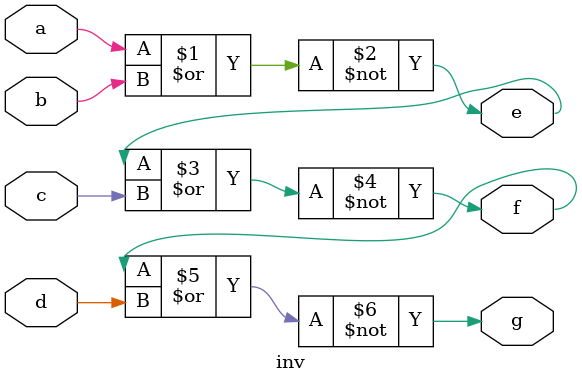
<source format=v>
`timescale 1ns / 1ps


module inv(
    input a,
    input b,
    input c,
    input d,
    output e,
    output f,
    output g
    );
assign e = ~(a | b);
assign f = ~(e | c);
assign g = ~(f | d);
endmodule

</source>
